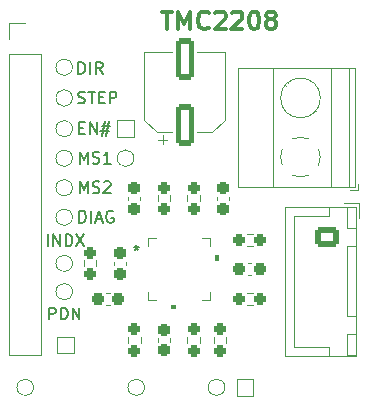
<source format=gbr>
%TF.GenerationSoftware,KiCad,Pcbnew,(6.0.6)*%
%TF.CreationDate,2022-06-26T21:43:02+02:00*%
%TF.ProjectId,tmc2208-breakout,746d6332-3230-4382-9d62-7265616b6f75,rev?*%
%TF.SameCoordinates,Original*%
%TF.FileFunction,Legend,Top*%
%TF.FilePolarity,Positive*%
%FSLAX46Y46*%
G04 Gerber Fmt 4.6, Leading zero omitted, Abs format (unit mm)*
G04 Created by KiCad (PCBNEW (6.0.6)) date 2022-06-26 21:43:02*
%MOMM*%
%LPD*%
G01*
G04 APERTURE LIST*
G04 Aperture macros list*
%AMRoundRect*
0 Rectangle with rounded corners*
0 $1 Rounding radius*
0 $2 $3 $4 $5 $6 $7 $8 $9 X,Y pos of 4 corners*
0 Add a 4 corners polygon primitive as box body*
4,1,4,$2,$3,$4,$5,$6,$7,$8,$9,$2,$3,0*
0 Add four circle primitives for the rounded corners*
1,1,$1+$1,$2,$3*
1,1,$1+$1,$4,$5*
1,1,$1+$1,$6,$7*
1,1,$1+$1,$8,$9*
0 Add four rect primitives between the rounded corners*
20,1,$1+$1,$2,$3,$4,$5,0*
20,1,$1+$1,$4,$5,$6,$7,0*
20,1,$1+$1,$6,$7,$8,$9,0*
20,1,$1+$1,$8,$9,$2,$3,0*%
G04 Aperture macros list end*
%ADD10C,0.300000*%
%ADD11C,0.150000*%
%ADD12C,0.120000*%
%ADD13C,0.100000*%
%ADD14R,1.700000X1.700000*%
%ADD15O,1.700000X1.700000*%
%ADD16RoundRect,0.250000X0.550000X-1.500000X0.550000X1.500000X-0.550000X1.500000X-0.550000X-1.500000X0*%
%ADD17C,1.000000*%
%ADD18R,1.000000X1.000000*%
%ADD19C,2.200000*%
%ADD20RoundRect,0.237500X-0.300000X-0.237500X0.300000X-0.237500X0.300000X0.237500X-0.300000X0.237500X0*%
%ADD21RoundRect,0.250000X-0.725000X0.600000X-0.725000X-0.600000X0.725000X-0.600000X0.725000X0.600000X0*%
%ADD22O,1.950000X1.700000*%
%ADD23RoundRect,0.237500X-0.237500X0.250000X-0.237500X-0.250000X0.237500X-0.250000X0.237500X0.250000X0*%
%ADD24RoundRect,0.237500X-0.237500X0.300000X-0.237500X-0.300000X0.237500X-0.300000X0.237500X0.300000X0*%
%ADD25R,0.909599X0.254800*%
%ADD26R,0.254800X0.909599*%
%ADD27R,3.098800X3.098800*%
%ADD28RoundRect,0.237500X0.237500X-0.300000X0.237500X0.300000X-0.237500X0.300000X-0.237500X-0.300000X0*%
%ADD29RoundRect,0.237500X0.237500X-0.250000X0.237500X0.250000X-0.237500X0.250000X-0.237500X-0.250000X0*%
%ADD30RoundRect,0.237500X0.300000X0.237500X-0.300000X0.237500X-0.300000X-0.237500X0.300000X-0.237500X0*%
%ADD31R,2.600000X2.600000*%
%ADD32C,2.600000*%
%ADD33RoundRect,0.237500X0.250000X0.237500X-0.250000X0.237500X-0.250000X-0.237500X0.250000X-0.237500X0*%
%ADD34C,1.500000*%
%ADD35RoundRect,0.237500X-0.250000X-0.237500X0.250000X-0.237500X0.250000X0.237500X-0.250000X0.237500X0*%
G04 APERTURE END LIST*
D10*
X155607142Y-39178571D02*
X156464285Y-39178571D01*
X156035714Y-40678571D02*
X156035714Y-39178571D01*
X156964285Y-40678571D02*
X156964285Y-39178571D01*
X157464285Y-40250000D01*
X157964285Y-39178571D01*
X157964285Y-40678571D01*
X159535714Y-40535714D02*
X159464285Y-40607142D01*
X159250000Y-40678571D01*
X159107142Y-40678571D01*
X158892857Y-40607142D01*
X158750000Y-40464285D01*
X158678571Y-40321428D01*
X158607142Y-40035714D01*
X158607142Y-39821428D01*
X158678571Y-39535714D01*
X158750000Y-39392857D01*
X158892857Y-39250000D01*
X159107142Y-39178571D01*
X159250000Y-39178571D01*
X159464285Y-39250000D01*
X159535714Y-39321428D01*
X160107142Y-39321428D02*
X160178571Y-39250000D01*
X160321428Y-39178571D01*
X160678571Y-39178571D01*
X160821428Y-39250000D01*
X160892857Y-39321428D01*
X160964285Y-39464285D01*
X160964285Y-39607142D01*
X160892857Y-39821428D01*
X160035714Y-40678571D01*
X160964285Y-40678571D01*
X161535714Y-39321428D02*
X161607142Y-39250000D01*
X161750000Y-39178571D01*
X162107142Y-39178571D01*
X162250000Y-39250000D01*
X162321428Y-39321428D01*
X162392857Y-39464285D01*
X162392857Y-39607142D01*
X162321428Y-39821428D01*
X161464285Y-40678571D01*
X162392857Y-40678571D01*
X163321428Y-39178571D02*
X163464285Y-39178571D01*
X163607142Y-39250000D01*
X163678571Y-39321428D01*
X163750000Y-39464285D01*
X163821428Y-39750000D01*
X163821428Y-40107142D01*
X163750000Y-40392857D01*
X163678571Y-40535714D01*
X163607142Y-40607142D01*
X163464285Y-40678571D01*
X163321428Y-40678571D01*
X163178571Y-40607142D01*
X163107142Y-40535714D01*
X163035714Y-40392857D01*
X162964285Y-40107142D01*
X162964285Y-39750000D01*
X163035714Y-39464285D01*
X163107142Y-39321428D01*
X163178571Y-39250000D01*
X163321428Y-39178571D01*
X164678571Y-39821428D02*
X164535714Y-39750000D01*
X164464285Y-39678571D01*
X164392857Y-39535714D01*
X164392857Y-39464285D01*
X164464285Y-39321428D01*
X164535714Y-39250000D01*
X164678571Y-39178571D01*
X164964285Y-39178571D01*
X165107142Y-39250000D01*
X165178571Y-39321428D01*
X165250000Y-39464285D01*
X165250000Y-39535714D01*
X165178571Y-39678571D01*
X165107142Y-39750000D01*
X164964285Y-39821428D01*
X164678571Y-39821428D01*
X164535714Y-39892857D01*
X164464285Y-39964285D01*
X164392857Y-40107142D01*
X164392857Y-40392857D01*
X164464285Y-40535714D01*
X164535714Y-40607142D01*
X164678571Y-40678571D01*
X164964285Y-40678571D01*
X165107142Y-40607142D01*
X165178571Y-40535714D01*
X165250000Y-40392857D01*
X165250000Y-40107142D01*
X165178571Y-39964285D01*
X165107142Y-39892857D01*
X164964285Y-39821428D01*
D11*
%TO.C,TP2*%
X148500000Y-44452380D02*
X148500000Y-43452380D01*
X148738095Y-43452380D01*
X148880952Y-43500000D01*
X148976190Y-43595238D01*
X149023809Y-43690476D01*
X149071428Y-43880952D01*
X149071428Y-44023809D01*
X149023809Y-44214285D01*
X148976190Y-44309523D01*
X148880952Y-44404761D01*
X148738095Y-44452380D01*
X148500000Y-44452380D01*
X149500000Y-44452380D02*
X149500000Y-43452380D01*
X150547619Y-44452380D02*
X150214285Y-43976190D01*
X149976190Y-44452380D02*
X149976190Y-43452380D01*
X150357142Y-43452380D01*
X150452380Y-43500000D01*
X150500000Y-43547619D01*
X150547619Y-43642857D01*
X150547619Y-43785714D01*
X150500000Y-43880952D01*
X150452380Y-43928571D01*
X150357142Y-43976190D01*
X149976190Y-43976190D01*
%TO.C,TP4*%
X148614285Y-54552380D02*
X148614285Y-53552380D01*
X148947619Y-54266666D01*
X149280952Y-53552380D01*
X149280952Y-54552380D01*
X149709523Y-54504761D02*
X149852380Y-54552380D01*
X150090476Y-54552380D01*
X150185714Y-54504761D01*
X150233333Y-54457142D01*
X150280952Y-54361904D01*
X150280952Y-54266666D01*
X150233333Y-54171428D01*
X150185714Y-54123809D01*
X150090476Y-54076190D01*
X149900000Y-54028571D01*
X149804761Y-53980952D01*
X149757142Y-53933333D01*
X149709523Y-53838095D01*
X149709523Y-53742857D01*
X149757142Y-53647619D01*
X149804761Y-53600000D01*
X149900000Y-53552380D01*
X150138095Y-53552380D01*
X150280952Y-53600000D01*
X150661904Y-53647619D02*
X150709523Y-53600000D01*
X150804761Y-53552380D01*
X151042857Y-53552380D01*
X151138095Y-53600000D01*
X151185714Y-53647619D01*
X151233333Y-53742857D01*
X151233333Y-53838095D01*
X151185714Y-53980952D01*
X150614285Y-54552380D01*
X151233333Y-54552380D01*
%TO.C,TP6*%
X148571428Y-57052380D02*
X148571428Y-56052380D01*
X148809523Y-56052380D01*
X148952380Y-56100000D01*
X149047619Y-56195238D01*
X149095238Y-56290476D01*
X149142857Y-56480952D01*
X149142857Y-56623809D01*
X149095238Y-56814285D01*
X149047619Y-56909523D01*
X148952380Y-57004761D01*
X148809523Y-57052380D01*
X148571428Y-57052380D01*
X149571428Y-57052380D02*
X149571428Y-56052380D01*
X150000000Y-56766666D02*
X150476190Y-56766666D01*
X149904761Y-57052380D02*
X150238095Y-56052380D01*
X150571428Y-57052380D01*
X151428571Y-56100000D02*
X151333333Y-56052380D01*
X151190476Y-56052380D01*
X151047619Y-56100000D01*
X150952380Y-56195238D01*
X150904761Y-56290476D01*
X150857142Y-56480952D01*
X150857142Y-56623809D01*
X150904761Y-56814285D01*
X150952380Y-56909523D01*
X151047619Y-57004761D01*
X151190476Y-57052380D01*
X151285714Y-57052380D01*
X151428571Y-57004761D01*
X151476190Y-56957142D01*
X151476190Y-56623809D01*
X151285714Y-56623809D01*
%TO.C,TP1*%
X148561904Y-49028571D02*
X148895238Y-49028571D01*
X149038095Y-49552380D02*
X148561904Y-49552380D01*
X148561904Y-48552380D01*
X149038095Y-48552380D01*
X149466666Y-49552380D02*
X149466666Y-48552380D01*
X150038095Y-49552380D01*
X150038095Y-48552380D01*
X150466666Y-48885714D02*
X151180952Y-48885714D01*
X150752380Y-48457142D02*
X150466666Y-49742857D01*
X151085714Y-49314285D02*
X150371428Y-49314285D01*
X150800000Y-49742857D02*
X151085714Y-48457142D01*
%TO.C,U1*%
X153410700Y-58952380D02*
X153410700Y-59190476D01*
X153172604Y-59095238D02*
X153410700Y-59190476D01*
X153648795Y-59095238D01*
X153267842Y-59380952D02*
X153410700Y-59190476D01*
X153553557Y-59380952D01*
%TO.C,TP7*%
X145900000Y-59052380D02*
X145900000Y-58052380D01*
X146376190Y-59052380D02*
X146376190Y-58052380D01*
X146947619Y-59052380D01*
X146947619Y-58052380D01*
X147423809Y-59052380D02*
X147423809Y-58052380D01*
X147661904Y-58052380D01*
X147804761Y-58100000D01*
X147900000Y-58195238D01*
X147947619Y-58290476D01*
X147995238Y-58480952D01*
X147995238Y-58623809D01*
X147947619Y-58814285D01*
X147900000Y-58909523D01*
X147804761Y-59004761D01*
X147661904Y-59052380D01*
X147423809Y-59052380D01*
X148328571Y-58052380D02*
X148995238Y-59052380D01*
X148995238Y-58052380D02*
X148328571Y-59052380D01*
%TO.C,TP5*%
X148480952Y-46904761D02*
X148623809Y-46952380D01*
X148861904Y-46952380D01*
X148957142Y-46904761D01*
X149004761Y-46857142D01*
X149052380Y-46761904D01*
X149052380Y-46666666D01*
X149004761Y-46571428D01*
X148957142Y-46523809D01*
X148861904Y-46476190D01*
X148671428Y-46428571D01*
X148576190Y-46380952D01*
X148528571Y-46333333D01*
X148480952Y-46238095D01*
X148480952Y-46142857D01*
X148528571Y-46047619D01*
X148576190Y-46000000D01*
X148671428Y-45952380D01*
X148909523Y-45952380D01*
X149052380Y-46000000D01*
X149338095Y-45952380D02*
X149909523Y-45952380D01*
X149623809Y-46952380D02*
X149623809Y-45952380D01*
X150242857Y-46428571D02*
X150576190Y-46428571D01*
X150719047Y-46952380D02*
X150242857Y-46952380D01*
X150242857Y-45952380D01*
X150719047Y-45952380D01*
X151147619Y-46952380D02*
X151147619Y-45952380D01*
X151528571Y-45952380D01*
X151623809Y-46000000D01*
X151671428Y-46047619D01*
X151719047Y-46142857D01*
X151719047Y-46285714D01*
X151671428Y-46380952D01*
X151623809Y-46428571D01*
X151528571Y-46476190D01*
X151147619Y-46476190D01*
%TO.C,TP3*%
X148614285Y-52052380D02*
X148614285Y-51052380D01*
X148947619Y-51766666D01*
X149280952Y-51052380D01*
X149280952Y-52052380D01*
X149709523Y-52004761D02*
X149852380Y-52052380D01*
X150090476Y-52052380D01*
X150185714Y-52004761D01*
X150233333Y-51957142D01*
X150280952Y-51861904D01*
X150280952Y-51766666D01*
X150233333Y-51671428D01*
X150185714Y-51623809D01*
X150090476Y-51576190D01*
X149900000Y-51528571D01*
X149804761Y-51480952D01*
X149757142Y-51433333D01*
X149709523Y-51338095D01*
X149709523Y-51242857D01*
X149757142Y-51147619D01*
X149804761Y-51100000D01*
X149900000Y-51052380D01*
X150138095Y-51052380D01*
X150280952Y-51100000D01*
X151233333Y-52052380D02*
X150661904Y-52052380D01*
X150947619Y-52052380D02*
X150947619Y-51052380D01*
X150852380Y-51195238D01*
X150757142Y-51290476D01*
X150661904Y-51338095D01*
%TO.C,TP8*%
X146014285Y-65252380D02*
X146014285Y-64252380D01*
X146395238Y-64252380D01*
X146490476Y-64300000D01*
X146538095Y-64347619D01*
X146585714Y-64442857D01*
X146585714Y-64585714D01*
X146538095Y-64680952D01*
X146490476Y-64728571D01*
X146395238Y-64776190D01*
X146014285Y-64776190D01*
X147014285Y-65252380D02*
X147014285Y-64252380D01*
X147252380Y-64252380D01*
X147395238Y-64300000D01*
X147490476Y-64395238D01*
X147538095Y-64490476D01*
X147585714Y-64680952D01*
X147585714Y-64823809D01*
X147538095Y-65014285D01*
X147490476Y-65109523D01*
X147395238Y-65204761D01*
X147252380Y-65252380D01*
X147014285Y-65252380D01*
X148014285Y-65252380D02*
X148014285Y-64252380D01*
X148585714Y-65252380D01*
X148585714Y-64252380D01*
D12*
%TO.C,J1*%
X142670000Y-40170000D02*
X144000000Y-40170000D01*
X142670000Y-42770000D02*
X142670000Y-68230000D01*
X142670000Y-68230000D02*
X145330000Y-68230000D01*
X142670000Y-42770000D02*
X145330000Y-42770000D01*
X145330000Y-42770000D02*
X145330000Y-68230000D01*
X142670000Y-41500000D02*
X142670000Y-40170000D01*
%TO.C,C7*%
X155652500Y-50437500D02*
X155652500Y-49650000D01*
X155258750Y-50043750D02*
X156046250Y-50043750D01*
X159845563Y-49410000D02*
X158560000Y-49410000D01*
X154090000Y-48345563D02*
X154090000Y-42590000D01*
X155154437Y-49410000D02*
X154090000Y-48345563D01*
X159845563Y-49410000D02*
X160910000Y-48345563D01*
X155154437Y-49410000D02*
X156440000Y-49410000D01*
X160910000Y-42590000D02*
X158560000Y-42590000D01*
X154090000Y-42590000D02*
X156440000Y-42590000D01*
X160910000Y-48345563D02*
X160910000Y-42590000D01*
%TO.C,TP2*%
X148000000Y-43900000D02*
G75*
G03*
X148000000Y-43900000I-700000J0D01*
G01*
%TO.C,TP20*%
X153200000Y-48400000D02*
X153200000Y-49800000D01*
X151800000Y-49800000D02*
X151800000Y-48400000D01*
X153200000Y-49800000D02*
X151800000Y-49800000D01*
X151800000Y-48400000D02*
X153200000Y-48400000D01*
%TO.C,C4*%
X162853733Y-60490000D02*
X163146267Y-60490000D01*
X162853733Y-61510000D02*
X163146267Y-61510000D01*
%TO.C,TP15*%
X154100000Y-71000000D02*
G75*
G03*
X154100000Y-71000000I-700000J0D01*
G01*
%TO.C,TP4*%
X148000000Y-54100000D02*
G75*
G03*
X148000000Y-54100000I-700000J0D01*
G01*
%TO.C,J3*%
X166775000Y-56450000D02*
X166775000Y-62000000D01*
X171225000Y-65000000D02*
X171975000Y-65000000D01*
X166775000Y-67550000D02*
X166775000Y-62000000D01*
X169725000Y-67550000D02*
X166775000Y-67550000D01*
X166015000Y-55690000D02*
X166015000Y-68310000D01*
X166015000Y-68310000D02*
X171985000Y-68310000D01*
X172275000Y-55400000D02*
X171025000Y-55400000D01*
X169725000Y-68300000D02*
X169725000Y-67550000D01*
X169725000Y-56450000D02*
X166775000Y-56450000D01*
X171975000Y-66500000D02*
X171225000Y-66500000D01*
X169725000Y-55700000D02*
X169725000Y-56450000D01*
X171985000Y-68310000D02*
X171985000Y-55690000D01*
X171225000Y-68300000D02*
X171975000Y-68300000D01*
X171975000Y-55700000D02*
X171225000Y-55700000D01*
X171225000Y-59000000D02*
X171225000Y-65000000D01*
X171225000Y-66500000D02*
X171225000Y-68300000D01*
X171225000Y-55700000D02*
X171225000Y-57500000D01*
X171985000Y-55690000D02*
X166015000Y-55690000D01*
X171975000Y-65000000D02*
X171975000Y-59000000D01*
X171975000Y-59000000D02*
X171225000Y-59000000D01*
X171225000Y-57500000D02*
X171975000Y-57500000D01*
X172275000Y-56650000D02*
X172275000Y-55400000D01*
X171975000Y-68300000D02*
X171975000Y-66500000D01*
X171975000Y-57500000D02*
X171975000Y-55700000D01*
%TO.C,TP6*%
X148000000Y-56600000D02*
G75*
G03*
X148000000Y-56600000I-700000J0D01*
G01*
%TO.C,TP19*%
X161900000Y-70300000D02*
X163300000Y-70300000D01*
X161900000Y-71700000D02*
X161900000Y-70300000D01*
X163300000Y-70300000D02*
X163300000Y-71700000D01*
X163300000Y-71700000D02*
X161900000Y-71700000D01*
%TO.C,R6*%
X159977500Y-66745276D02*
X159977500Y-67254724D01*
X161022500Y-66745276D02*
X161022500Y-67254724D01*
%TO.C,C1*%
X156260000Y-66853733D02*
X156260000Y-67146267D01*
X155240000Y-66853733D02*
X155240000Y-67146267D01*
%TO.C,TP1*%
X148000000Y-49100000D02*
G75*
G03*
X148000000Y-49100000I-700000J0D01*
G01*
%TO.C,U1*%
X159628900Y-63628900D02*
X159628900Y-62960140D01*
X158960140Y-63628900D02*
X159628900Y-63628900D01*
X154371100Y-62960140D02*
X154371100Y-63628900D01*
X159628900Y-59039860D02*
X159628900Y-58371100D01*
X154371100Y-58371100D02*
X154371100Y-59039860D01*
X155039860Y-58371100D02*
X154371100Y-58371100D01*
X154371100Y-63628900D02*
X155039860Y-63628900D01*
X159628900Y-58371100D02*
X158960140Y-58371100D01*
G36*
X160309899Y-60190499D02*
G01*
X160055899Y-60190499D01*
X160055899Y-59809499D01*
X160309899Y-59809499D01*
X160309899Y-60190499D01*
G37*
D13*
X160309899Y-60190499D02*
X160055899Y-60190499D01*
X160055899Y-59809499D01*
X160309899Y-59809499D01*
X160309899Y-60190499D01*
G36*
X156690501Y-64309899D02*
G01*
X156309501Y-64309899D01*
X156309501Y-64055899D01*
X156690501Y-64055899D01*
X156690501Y-64309899D01*
G37*
X156690501Y-64309899D02*
X156309501Y-64309899D01*
X156309501Y-64055899D01*
X156690501Y-64055899D01*
X156690501Y-64309899D01*
D12*
%TO.C,R3*%
X158772500Y-54745276D02*
X158772500Y-55254724D01*
X157727500Y-54745276D02*
X157727500Y-55254724D01*
%TO.C,R8*%
X152727500Y-66745276D02*
X152727500Y-67254724D01*
X153772500Y-66745276D02*
X153772500Y-67254724D01*
%TO.C,C5*%
X153760000Y-55146267D02*
X153760000Y-54853733D01*
X152740000Y-55146267D02*
X152740000Y-54853733D01*
%TO.C,TP7*%
X148000000Y-60500000D02*
G75*
G03*
X148000000Y-60500000I-700000J0D01*
G01*
%TO.C,R2*%
X155227500Y-55254724D02*
X155227500Y-54745276D01*
X156272500Y-55254724D02*
X156272500Y-54745276D01*
%TO.C,C3*%
X151146267Y-62990000D02*
X150853733Y-62990000D01*
X151146267Y-64010000D02*
X150853733Y-64010000D01*
%TO.C,TP5*%
X148000000Y-46500000D02*
G75*
G03*
X148000000Y-46500000I-700000J0D01*
G01*
%TO.C,R1*%
X148977500Y-60754724D02*
X148977500Y-60245276D01*
X150022500Y-60754724D02*
X150022500Y-60245276D01*
%TO.C,R7*%
X158772500Y-67254724D02*
X158772500Y-66745276D01*
X157727500Y-67254724D02*
X157727500Y-66745276D01*
%TO.C,C2*%
X151490000Y-60646267D02*
X151490000Y-60353733D01*
X152510000Y-60646267D02*
X152510000Y-60353733D01*
%TO.C,J4*%
X165004000Y-54060000D02*
X165004000Y-43940000D01*
X162044000Y-43940000D02*
X171965000Y-43940000D01*
X171965000Y-54060000D02*
X171965000Y-43940000D01*
X168328000Y-47727000D02*
X168374000Y-47774000D01*
X169905000Y-54060000D02*
X169905000Y-43940000D01*
X172205000Y-54300000D02*
X172205000Y-53800000D01*
X171405000Y-54060000D02*
X171405000Y-43940000D01*
X166236000Y-45225000D02*
X166282000Y-45272000D01*
X166030000Y-45430000D02*
X166066000Y-45465000D01*
X168544000Y-47534000D02*
X168579000Y-47569000D01*
X162044000Y-54060000D02*
X162044000Y-43940000D01*
X171465000Y-54300000D02*
X172205000Y-54300000D01*
X162044000Y-54060000D02*
X171965000Y-54060000D01*
X168840000Y-52184000D02*
G75*
G03*
X168985253Y-51471195I-1535001J683999D01*
G01*
X166621000Y-53035000D02*
G75*
G03*
X167988042Y-53035427I684001J1534993D01*
G01*
X168985000Y-51500000D02*
G75*
G03*
X168839756Y-50816682I-1680000J0D01*
G01*
X165770000Y-50816000D02*
G75*
G03*
X165769573Y-52183042I1534993J-684001D01*
G01*
X167989000Y-49964999D02*
G75*
G03*
X166621958Y-49964573I-684000J-1535001D01*
G01*
X168985000Y-46500000D02*
G75*
G03*
X168985000Y-46500000I-1680000J0D01*
G01*
%TO.C,TP3*%
X148000000Y-51600000D02*
G75*
G03*
X148000000Y-51600000I-700000J0D01*
G01*
%TO.C,C6*%
X160240000Y-55146267D02*
X160240000Y-54853733D01*
X161260000Y-55146267D02*
X161260000Y-54853733D01*
%TO.C,TP14*%
X153200000Y-51600000D02*
G75*
G03*
X153200000Y-51600000I-700000J0D01*
G01*
%TO.C,R5*%
X163254724Y-57977500D02*
X162745276Y-57977500D01*
X163254724Y-59022500D02*
X162745276Y-59022500D01*
%TO.C,TP12*%
X160900000Y-71000000D02*
G75*
G03*
X160900000Y-71000000I-700000J0D01*
G01*
%TO.C,TP18*%
X146700000Y-66700000D02*
X148100000Y-66700000D01*
X148100000Y-68100000D02*
X146700000Y-68100000D01*
X146700000Y-68100000D02*
X146700000Y-66700000D01*
X148100000Y-66700000D02*
X148100000Y-68100000D01*
%TO.C,R4*%
X162745276Y-64022500D02*
X163254724Y-64022500D01*
X162745276Y-62977500D02*
X163254724Y-62977500D01*
%TO.C,TP16*%
X144700000Y-71000000D02*
G75*
G03*
X144700000Y-71000000I-700000J0D01*
G01*
%TO.C,TP8*%
X148000000Y-62900000D02*
G75*
G03*
X148000000Y-62900000I-700000J0D01*
G01*
%TD*%
%LPC*%
D14*
%TO.C,J1*%
X144000000Y-41500000D03*
D15*
X144000000Y-44040000D03*
X144000000Y-46580000D03*
X144000000Y-49120000D03*
X144000000Y-51660000D03*
X144000000Y-54200000D03*
X144000000Y-56740000D03*
X144000000Y-59280000D03*
X144000000Y-61820000D03*
X144000000Y-64360000D03*
X144000000Y-66900000D03*
%TD*%
D16*
%TO.C,C7*%
X157500000Y-48800000D03*
X157500000Y-43200000D03*
%TD*%
D17*
%TO.C,TP2*%
X147300000Y-43900000D03*
%TD*%
D18*
%TO.C,TP20*%
X152500000Y-49100000D03*
%TD*%
D19*
%TO.C,H2*%
X149500000Y-71000000D03*
%TD*%
D20*
%TO.C,C4*%
X162137500Y-61000000D03*
X163862500Y-61000000D03*
%TD*%
D17*
%TO.C,TP15*%
X153400000Y-71000000D03*
%TD*%
%TO.C,TP4*%
X147300000Y-54100000D03*
%TD*%
D21*
%TO.C,J3*%
X169525000Y-58250000D03*
D22*
X169525000Y-60750000D03*
X169525000Y-63250000D03*
X169525000Y-65750000D03*
%TD*%
D17*
%TO.C,TP6*%
X147300000Y-56600000D03*
%TD*%
D18*
%TO.C,TP19*%
X162600000Y-71000000D03*
%TD*%
D23*
%TO.C,R6*%
X160500000Y-66087500D03*
X160500000Y-67912500D03*
%TD*%
D24*
%TO.C,C1*%
X155750000Y-66137500D03*
X155750000Y-67862500D03*
%TD*%
D19*
%TO.C,H1*%
X149500000Y-41000000D03*
%TD*%
D17*
%TO.C,TP1*%
X147300000Y-49100000D03*
%TD*%
D25*
%TO.C,U1*%
X154652900Y-59500000D03*
X154652900Y-59999999D03*
X154652900Y-60500001D03*
X154652900Y-61000000D03*
X154652900Y-61499999D03*
X154652900Y-62000001D03*
X154652900Y-62500000D03*
D26*
X155500000Y-63347100D03*
X155999999Y-63347100D03*
X156500001Y-63347100D03*
X157000000Y-63347100D03*
X157499999Y-63347100D03*
X158000001Y-63347100D03*
X158500000Y-63347100D03*
D25*
X159347100Y-62500000D03*
X159347100Y-62000001D03*
X159347100Y-61499999D03*
X159347100Y-61000000D03*
X159347100Y-60500001D03*
X159347100Y-59999999D03*
X159347100Y-59500000D03*
D26*
X158500000Y-58652900D03*
X158000001Y-58652900D03*
X157499999Y-58652900D03*
X157000000Y-58652900D03*
X156500001Y-58652900D03*
X155999999Y-58652900D03*
X155500000Y-58652900D03*
D27*
X157000000Y-61000000D03*
%TD*%
D23*
%TO.C,R3*%
X158250000Y-54087500D03*
X158250000Y-55912500D03*
%TD*%
%TO.C,R8*%
X153250000Y-66087500D03*
X153250000Y-67912500D03*
%TD*%
D28*
%TO.C,C5*%
X153250000Y-55862500D03*
X153250000Y-54137500D03*
%TD*%
D17*
%TO.C,TP7*%
X147300000Y-60500000D03*
%TD*%
D29*
%TO.C,R2*%
X155750000Y-55912500D03*
X155750000Y-54087500D03*
%TD*%
D30*
%TO.C,C3*%
X151862500Y-63500000D03*
X150137500Y-63500000D03*
%TD*%
D17*
%TO.C,TP5*%
X147300000Y-46500000D03*
%TD*%
D29*
%TO.C,R1*%
X149500000Y-61412500D03*
X149500000Y-59587500D03*
%TD*%
%TO.C,R7*%
X158250000Y-67912500D03*
X158250000Y-66087500D03*
%TD*%
D19*
%TO.C,H4*%
X169000000Y-41000000D03*
%TD*%
D28*
%TO.C,C2*%
X152000000Y-61362500D03*
X152000000Y-59637500D03*
%TD*%
D31*
%TO.C,J4*%
X167305000Y-51500000D03*
D32*
X167305000Y-46500000D03*
%TD*%
D17*
%TO.C,TP3*%
X147300000Y-51600000D03*
%TD*%
D28*
%TO.C,C6*%
X160750000Y-55862500D03*
X160750000Y-54137500D03*
%TD*%
D17*
%TO.C,TP14*%
X152500000Y-51600000D03*
%TD*%
D33*
%TO.C,R5*%
X163912500Y-58500000D03*
X162087500Y-58500000D03*
%TD*%
D19*
%TO.C,H3*%
X169000000Y-71000000D03*
%TD*%
D17*
%TO.C,TP12*%
X160200000Y-71000000D03*
%TD*%
D34*
%TO.C,FID1*%
X153500000Y-41000000D03*
%TD*%
D18*
%TO.C,TP18*%
X147400000Y-67400000D03*
%TD*%
D34*
%TO.C,FID2*%
X165000000Y-71000000D03*
%TD*%
D35*
%TO.C,R4*%
X162087500Y-63500000D03*
X163912500Y-63500000D03*
%TD*%
D17*
%TO.C,TP16*%
X144000000Y-71000000D03*
%TD*%
%TO.C,TP8*%
X147300000Y-62900000D03*
%TD*%
M02*

</source>
